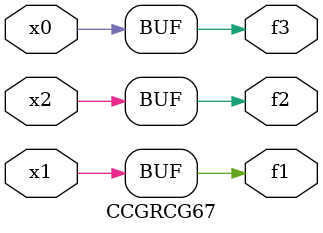
<source format=v>
module CCGRCG67(
	input x0, x1, x2,
	output f1, f2, f3
);
	assign f1 = x1;
	assign f2 = x2;
	assign f3 = x0;
endmodule

</source>
